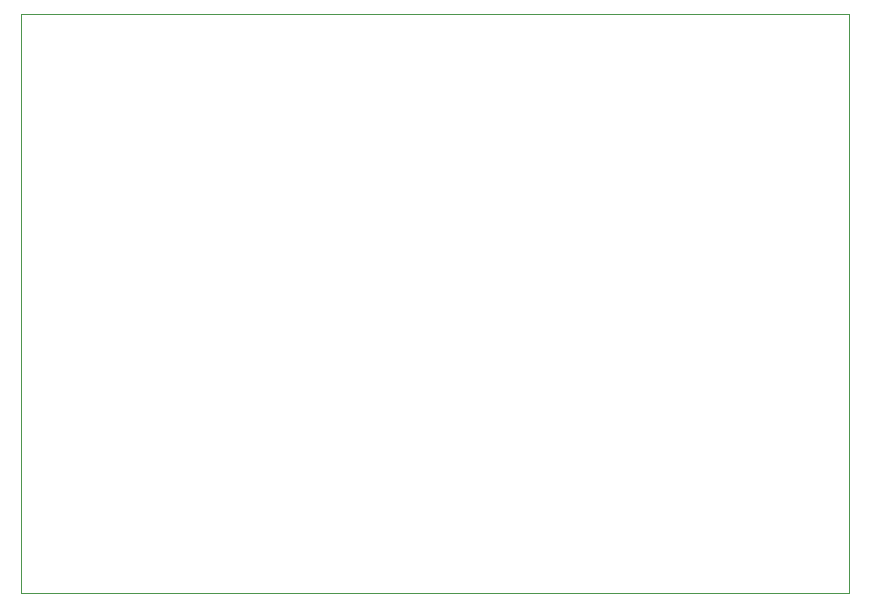
<source format=gbr>
%TF.GenerationSoftware,Altium Limited,Altium Designer,21.0.9 (235)*%
G04 Layer_Color=0*
%FSLAX45Y45*%
%MOMM*%
%TF.SameCoordinates,CD0AAE9F-0E9C-42BF-811C-419C72380B22*%
%TF.FilePolarity,Positive*%
%TF.FileFunction,Profile,NP*%
%TF.Part,Single*%
G01*
G75*
%TA.AperFunction,Profile*%
%ADD56C,0.02540*%
D56*
X0Y0D02*
Y4902200D01*
X7010400D01*
X7010400Y0D01*
X0D01*
%TF.MD5,53bbef2ff62f72d9ee871a90fad84ee5*%
M02*

</source>
